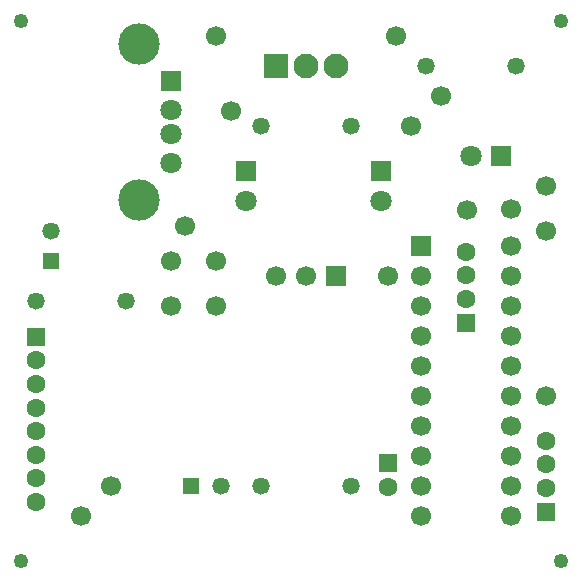
<source format=gts>
G04 DipTrace 3.2.0.1*
G04 TopMask.gts*
%MOIN*%
G04 #@! TF.FileFunction,Soldermask,Top*
G04 #@! TF.Part,Single*
%ADD19R,0.062992X0.062992*%
%ADD24C,0.062992*%
%ADD30C,0.049213*%
%ADD41C,0.066929*%
%ADD43R,0.057874X0.057874*%
%ADD45C,0.082677*%
%ADD46C,0.066929*%
%ADD47R,0.082677X0.082677*%
%ADD48R,0.066929X0.066929*%
%ADD49C,0.137795*%
%ADD51C,0.070866*%
%ADD54C,0.057874*%
%ADD56C,0.057874*%
%ADD58R,0.070866X0.070866*%
%ADD59C,0.070866*%
%FSLAX26Y26*%
G04*
G70*
G90*
G75*
G01*
G04 TopMask*
%LPD*%
D19*
X1975411Y1287181D3*
D24*
Y1365921D3*
Y1444661D3*
Y1523402D3*
D19*
X2243701Y657480D3*
D24*
Y736220D3*
Y814961D3*
Y893701D3*
D59*
X1243701Y1693701D3*
D58*
Y1793701D3*
D56*
X1843701Y2143701D3*
D54*
X2143701D3*
D59*
X1993701Y1843701D3*
D58*
X2093701D3*
D56*
X1593701Y1943701D3*
D54*
X1293701D3*
D56*
X1593701Y743701D3*
D54*
X1293701D3*
D56*
X544252Y1360857D3*
D54*
X844252D3*
D48*
X1543701Y1443701D3*
D46*
X1443701D3*
X1343701D3*
D58*
X1693701Y1793701D3*
D59*
Y1693701D3*
D58*
X993701Y2093701D3*
D51*
Y1995276D3*
Y1916535D3*
Y1818110D3*
D49*
X887008Y2214567D3*
Y1697244D3*
D19*
X543034Y1240370D3*
D24*
Y1161630D3*
Y1082890D3*
Y1004150D3*
Y925409D3*
Y846669D3*
Y767929D3*
Y689189D3*
D30*
X2293701Y2293701D3*
X493701D3*
X2293701Y493701D3*
X493701D3*
D47*
X1343701Y2143701D3*
D45*
X1443701D3*
X1543701D3*
D48*
X1826421Y1541972D3*
D46*
Y1441972D3*
Y1341972D3*
Y1241972D3*
Y1141971D3*
Y1041971D3*
Y941972D3*
Y841971D3*
Y741971D3*
Y641972D3*
X2126421Y1541971D3*
Y1441971D3*
Y1341971D3*
Y1241972D3*
Y1141971D3*
Y1041971D3*
Y941972D3*
Y841971D3*
Y741971D3*
Y641972D3*
D56*
X1159043Y743701D3*
D43*
X1059043D3*
D56*
X593701Y1593701D3*
D43*
Y1493701D3*
D41*
X1143701Y1343701D3*
Y1493701D3*
X2243701Y1743701D3*
Y1593701D3*
X993701Y1343701D3*
Y1493701D3*
X2243701Y1043701D3*
X1715152Y1442089D3*
X1143701Y2243701D3*
X793701Y743701D3*
X693701Y643701D3*
X1038508Y1609948D3*
X1743701Y2243701D3*
X2127038Y1666509D3*
X1978433Y1664441D3*
X1893701Y2043701D3*
X1793701Y1943701D3*
X1193701Y1993701D3*
D19*
X1716310Y818127D3*
D24*
Y739387D3*
M02*

</source>
